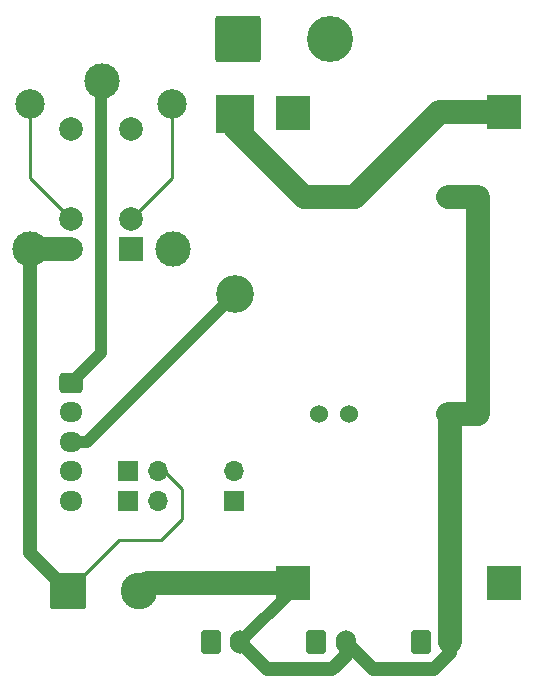
<source format=gbr>
%TF.GenerationSoftware,KiCad,Pcbnew,7.0.7*%
%TF.CreationDate,2023-10-14T15:04:30+09:00*%
%TF.ProjectId,rasp_power_module,72617370-5f70-46f7-9765-725f6d6f6475,4*%
%TF.SameCoordinates,PX74269e8PY6f4e628*%
%TF.FileFunction,Copper,L2,Bot*%
%TF.FilePolarity,Positive*%
%FSLAX46Y46*%
G04 Gerber Fmt 4.6, Leading zero omitted, Abs format (unit mm)*
G04 Created by KiCad (PCBNEW 7.0.7) date 2023-10-14 15:04:30*
%MOMM*%
%LPD*%
G01*
G04 APERTURE LIST*
G04 Aperture macros list*
%AMRoundRect*
0 Rectangle with rounded corners*
0 $1 Rounding radius*
0 $2 $3 $4 $5 $6 $7 $8 $9 X,Y pos of 4 corners*
0 Add a 4 corners polygon primitive as box body*
4,1,4,$2,$3,$4,$5,$6,$7,$8,$9,$2,$3,0*
0 Add four circle primitives for the rounded corners*
1,1,$1+$1,$2,$3*
1,1,$1+$1,$4,$5*
1,1,$1+$1,$6,$7*
1,1,$1+$1,$8,$9*
0 Add four rect primitives between the rounded corners*
20,1,$1+$1,$2,$3,$4,$5,0*
20,1,$1+$1,$4,$5,$6,$7,0*
20,1,$1+$1,$6,$7,$8,$9,0*
20,1,$1+$1,$8,$9,$2,$3,0*%
G04 Aperture macros list end*
%TA.AperFunction,ComponentPad*%
%ADD10C,1.524000*%
%TD*%
%TA.AperFunction,ComponentPad*%
%ADD11R,3.000000X3.000000*%
%TD*%
%TA.AperFunction,ComponentPad*%
%ADD12R,1.700000X1.700000*%
%TD*%
%TA.AperFunction,ComponentPad*%
%ADD13O,1.700000X1.700000*%
%TD*%
%TA.AperFunction,ComponentPad*%
%ADD14RoundRect,0.249999X-1.300001X-1.300001X1.300001X-1.300001X1.300001X1.300001X-1.300001X1.300001X0*%
%TD*%
%TA.AperFunction,ComponentPad*%
%ADD15C,3.100000*%
%TD*%
%TA.AperFunction,ComponentPad*%
%ADD16R,3.200000X3.200000*%
%TD*%
%TA.AperFunction,ComponentPad*%
%ADD17O,3.200000X3.200000*%
%TD*%
%TA.AperFunction,ComponentPad*%
%ADD18R,2.000000X2.000000*%
%TD*%
%TA.AperFunction,ComponentPad*%
%ADD19C,2.000000*%
%TD*%
%TA.AperFunction,ComponentPad*%
%ADD20RoundRect,0.250000X-0.600000X-0.750000X0.600000X-0.750000X0.600000X0.750000X-0.600000X0.750000X0*%
%TD*%
%TA.AperFunction,ComponentPad*%
%ADD21O,1.700000X2.000000*%
%TD*%
%TA.AperFunction,ComponentPad*%
%ADD22RoundRect,0.250002X-1.699998X-1.699998X1.699998X-1.699998X1.699998X1.699998X-1.699998X1.699998X0*%
%TD*%
%TA.AperFunction,ComponentPad*%
%ADD23C,3.900000*%
%TD*%
%TA.AperFunction,ComponentPad*%
%ADD24C,3.000000*%
%TD*%
%TA.AperFunction,ComponentPad*%
%ADD25C,2.500000*%
%TD*%
%TA.AperFunction,ComponentPad*%
%ADD26RoundRect,0.250000X-0.725000X0.600000X-0.725000X-0.600000X0.725000X-0.600000X0.725000X0.600000X0*%
%TD*%
%TA.AperFunction,ComponentPad*%
%ADD27O,1.950000X1.700000*%
%TD*%
%TA.AperFunction,Conductor*%
%ADD28C,2.000000*%
%TD*%
%TA.AperFunction,Conductor*%
%ADD29C,0.250000*%
%TD*%
%TA.AperFunction,Conductor*%
%ADD30C,1.200000*%
%TD*%
%TA.AperFunction,Conductor*%
%ADD31C,1.000000*%
%TD*%
G04 APERTURE END LIST*
D10*
%TO.P,DCDC1,1,InVCC*%
%TO.N,12V_ON*%
X28996000Y41888000D03*
X26456000Y41888000D03*
%TO.P,DCDC1,2,InGND*%
%TO.N,InGND*%
X39856000Y41888000D03*
X37316000Y41888000D03*
%TO.P,DCDC1,3,OutVCC*%
%TO.N,5V_ON*%
X28996000Y23488000D03*
X26456000Y23488000D03*
%TO.P,DCDC1,4,OutGND*%
%TO.N,InGND*%
X39856000Y23488000D03*
X37316000Y23488000D03*
%TD*%
D11*
%TO.P,DCDC2,1,InVCC*%
%TO.N,12V_ON*%
X42074728Y49064717D03*
%TO.P,DCDC2,2,InGND*%
%TO.N,InGND*%
X24221890Y49055988D03*
%TO.P,DCDC2,3,OutVCC*%
%TO.N,5V_ON*%
X42069444Y9216627D03*
%TO.P,DCDC2,4,OutGND*%
%TO.N,InGND*%
X24231217Y9207065D03*
%TD*%
D12*
%TO.P,JP1,1,A*%
%TO.N,/ON_LED*%
X10287000Y18669000D03*
D13*
%TO.P,JP1,2,B*%
%TO.N,12V_ON*%
X12827000Y18669000D03*
%TD*%
D14*
%TO.P,J5,1,Pin_1*%
%TO.N,12V_ON*%
X5207000Y8559800D03*
D15*
%TO.P,J5,2,Pin_2*%
%TO.N,InGND*%
X11207000Y8559800D03*
%TD*%
D16*
%TO.P,D2,1,K*%
%TO.N,12V_ON*%
X19329400Y48895000D03*
D17*
%TO.P,D2,2,A*%
%TO.N,/SWITCH*%
X19329400Y33655000D03*
%TD*%
D12*
%TO.P,J3,1,Pin_1*%
%TO.N,/SHUTDOWN*%
X19227800Y16129000D03*
D13*
%TO.P,J3,2,Pin_2*%
%TO.N,/POWER_SIG*%
X19227800Y18669000D03*
%TD*%
D18*
%TO.P,K1,1*%
%TO.N,unconnected-(K1-Pad1)*%
X10541000Y37515800D03*
D19*
%TO.P,K1,2*%
%TO.N,5V_ON*%
X10541000Y40055800D03*
%TO.P,K1,5*%
%TO.N,Relay_In*%
X10541000Y47675800D03*
%TO.P,K1,6*%
X5461000Y47675800D03*
%TO.P,K1,9*%
%TO.N,Relay_Coil_2*%
X5461000Y40055800D03*
%TO.P,K1,10*%
%TO.N,12V_ON*%
X5461000Y37515800D03*
%TD*%
D20*
%TO.P,J7,1,Pin_1*%
%TO.N,5V_ON*%
X17272000Y4191000D03*
D21*
%TO.P,J7,2,Pin_2*%
%TO.N,InGND*%
X19772000Y4191000D03*
%TD*%
D22*
%TO.P,J1,1,Pin_1*%
%TO.N,Relay_In*%
X19595000Y55245000D03*
D23*
%TO.P,J1,2,Pin_2*%
%TO.N,InGND*%
X27395000Y55245000D03*
%TD*%
D20*
%TO.P,J9,1,Pin_1*%
%TO.N,5V_ON*%
X35052000Y4191000D03*
D21*
%TO.P,J9,2,Pin_2*%
%TO.N,InGND*%
X37552000Y4191000D03*
%TD*%
D20*
%TO.P,J8,1,Pin_1*%
%TO.N,5V_ON*%
X26182000Y4191000D03*
D21*
%TO.P,J8,2,Pin_2*%
%TO.N,InGND*%
X28682000Y4191000D03*
%TD*%
D12*
%TO.P,JP2,1,A*%
%TO.N,/ON_LED*%
X10287000Y16129000D03*
D13*
%TO.P,JP2,2,B*%
%TO.N,5V_ON*%
X12827000Y16129000D03*
%TD*%
D24*
%TO.P,K2,1*%
%TO.N,Relay_In*%
X8051800Y51689000D03*
D25*
%TO.P,K2,2*%
%TO.N,Relay_Coil_2*%
X2001800Y49739000D03*
D24*
%TO.P,K2,3*%
%TO.N,12V_ON*%
X2001800Y37539000D03*
%TO.P,K2,4*%
%TO.N,unconnected-(K2-Pad4)*%
X14051800Y37489000D03*
D25*
%TO.P,K2,5*%
%TO.N,5V_ON*%
X14001800Y49739000D03*
%TD*%
D26*
%TO.P,J2,1,Pin_1*%
%TO.N,Relay_In*%
X5461000Y26187400D03*
D27*
%TO.P,J2,2,Pin_2*%
%TO.N,InGND*%
X5461000Y23687400D03*
%TO.P,J2,3,Pin_3*%
%TO.N,/SWITCH*%
X5461000Y21187400D03*
%TO.P,J2,4,Pin_4*%
%TO.N,/ON_LED*%
X5461000Y18687400D03*
%TO.P,J2,5,Pin_5*%
%TO.N,5V_ON*%
X5461000Y16187400D03*
%TD*%
D28*
%TO.N,12V_ON*%
X19329400Y47726600D02*
X19329400Y48895000D01*
X25168000Y41888000D02*
X19329400Y47726600D01*
X36618717Y49064717D02*
X29442000Y41888000D01*
X29442000Y41888000D02*
X25168000Y41888000D01*
X42074728Y49064717D02*
X36618717Y49064717D01*
%TO.N,InGND*%
X37316000Y41888000D02*
X39856000Y41888000D01*
D29*
%TO.N,Relay_Coil_2*%
X2001800Y49739000D02*
X2001800Y43515000D01*
X2001800Y43515000D02*
X5461000Y40055800D01*
%TO.N,5V_ON*%
X10541000Y40055800D02*
X14001800Y43516600D01*
X14001800Y43516600D02*
X14001800Y49739000D01*
%TO.N,12V_ON*%
X14859000Y17145000D02*
X14859000Y14605000D01*
D28*
X5437800Y37539000D02*
X5461000Y37515800D01*
D29*
X13081000Y12827000D02*
X9474200Y12827000D01*
X12827000Y18669000D02*
X13335000Y18669000D01*
D30*
X5207000Y8559800D02*
X2001800Y11765000D01*
D29*
X14859000Y14605000D02*
X13081000Y12827000D01*
D30*
X2001800Y11765000D02*
X2001800Y37539000D01*
D29*
X9474200Y12827000D02*
X5207000Y8559800D01*
D31*
X42074728Y49013917D02*
X42074728Y49064717D01*
D29*
X13335000Y18669000D02*
X14859000Y17145000D01*
D31*
X41955811Y48895000D02*
X42074728Y49013917D01*
D28*
X2001800Y37539000D02*
X5437800Y37539000D01*
%TO.N,InGND*%
X39856000Y23488000D02*
X39856000Y41888000D01*
D31*
X24231217Y8650217D02*
X24231217Y9207065D01*
D30*
X37552000Y3262000D02*
X36195000Y1905000D01*
X30968000Y1905000D02*
X28682000Y4191000D01*
X28682000Y3028000D02*
X27559000Y1905000D01*
D28*
X24231217Y9207065D02*
X11854265Y9207065D01*
D30*
X27559000Y1905000D02*
X22058000Y1905000D01*
X28682000Y4191000D02*
X28682000Y3028000D01*
D28*
X11854265Y9207065D02*
X11207000Y8559800D01*
X37552000Y23252000D02*
X37552000Y4191000D01*
D30*
X36195000Y1905000D02*
X30968000Y1905000D01*
D28*
X37316000Y23488000D02*
X39856000Y23488000D01*
D31*
X37316000Y23488000D02*
X37552000Y23252000D01*
D30*
X37552000Y4191000D02*
X37552000Y3262000D01*
D31*
X19772000Y4191000D02*
X24231217Y8650217D01*
D30*
X22058000Y1905000D02*
X19772000Y4191000D01*
D31*
%TO.N,/SWITCH*%
X6811000Y21187400D02*
X5461000Y21187400D01*
X19227800Y33696730D02*
X19227800Y33604200D01*
X19227800Y33604200D02*
X6811000Y21187400D01*
%TO.N,Relay_In*%
X8001000Y50673000D02*
X8001000Y28727400D01*
X8001000Y28727400D02*
X5461000Y26187400D01*
%TD*%
M02*

</source>
